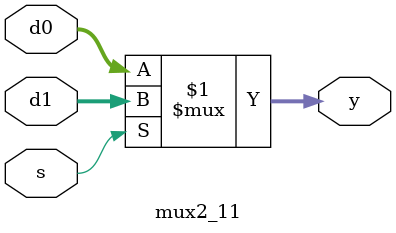
<source format=v>
module mux2_11 #(parameter WIDTH = 8)
             (input  wire [WIDTH-1:0] d0, d1, 
              input  wire             s, 
              output wire [WIDTH-1:0] y);
  assign y = s ? d1 : d0; 
endmodule
</source>
